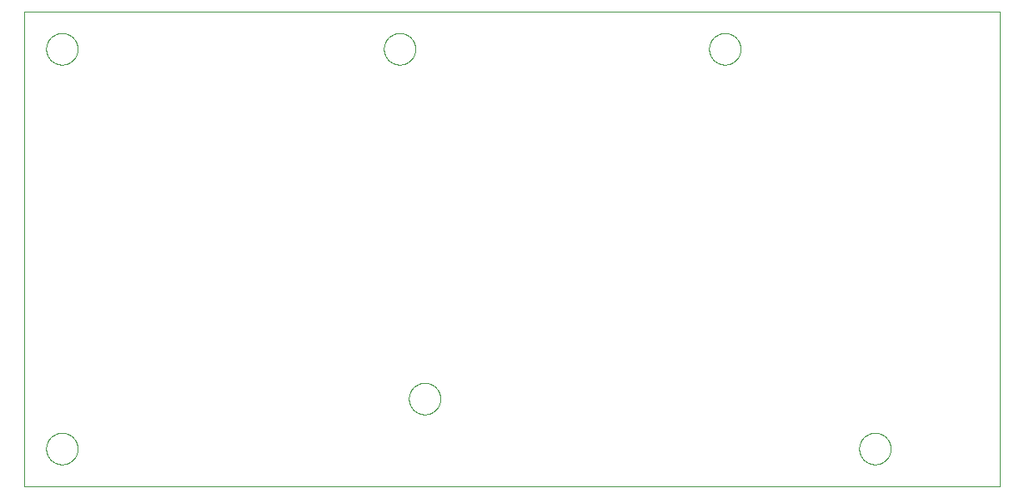
<source format=gtp>
G75*
%MOIN*%
%OFA0B0*%
%FSLAX25Y25*%
%IPPOS*%
%LPD*%
%AMOC8*
5,1,8,0,0,1.08239X$1,22.5*
%
%ADD10C,0.00000*%
D10*
X0003000Y0003000D02*
X0003000Y0193000D01*
X0393000Y0193000D01*
X0393000Y0003000D01*
X0003000Y0003000D01*
X0011701Y0018000D02*
X0011703Y0018158D01*
X0011709Y0018316D01*
X0011719Y0018474D01*
X0011733Y0018632D01*
X0011751Y0018789D01*
X0011772Y0018946D01*
X0011798Y0019102D01*
X0011828Y0019258D01*
X0011861Y0019413D01*
X0011899Y0019566D01*
X0011940Y0019719D01*
X0011985Y0019871D01*
X0012034Y0020022D01*
X0012087Y0020171D01*
X0012143Y0020319D01*
X0012203Y0020465D01*
X0012267Y0020610D01*
X0012335Y0020753D01*
X0012406Y0020895D01*
X0012480Y0021035D01*
X0012558Y0021172D01*
X0012640Y0021308D01*
X0012724Y0021442D01*
X0012813Y0021573D01*
X0012904Y0021702D01*
X0012999Y0021829D01*
X0013096Y0021954D01*
X0013197Y0022076D01*
X0013301Y0022195D01*
X0013408Y0022312D01*
X0013518Y0022426D01*
X0013631Y0022537D01*
X0013746Y0022646D01*
X0013864Y0022751D01*
X0013985Y0022853D01*
X0014108Y0022953D01*
X0014234Y0023049D01*
X0014362Y0023142D01*
X0014492Y0023232D01*
X0014625Y0023318D01*
X0014760Y0023402D01*
X0014896Y0023481D01*
X0015035Y0023558D01*
X0015176Y0023630D01*
X0015318Y0023700D01*
X0015462Y0023765D01*
X0015608Y0023827D01*
X0015755Y0023885D01*
X0015904Y0023940D01*
X0016054Y0023991D01*
X0016205Y0024038D01*
X0016357Y0024081D01*
X0016510Y0024120D01*
X0016665Y0024156D01*
X0016820Y0024187D01*
X0016976Y0024215D01*
X0017132Y0024239D01*
X0017289Y0024259D01*
X0017447Y0024275D01*
X0017604Y0024287D01*
X0017763Y0024295D01*
X0017921Y0024299D01*
X0018079Y0024299D01*
X0018237Y0024295D01*
X0018396Y0024287D01*
X0018553Y0024275D01*
X0018711Y0024259D01*
X0018868Y0024239D01*
X0019024Y0024215D01*
X0019180Y0024187D01*
X0019335Y0024156D01*
X0019490Y0024120D01*
X0019643Y0024081D01*
X0019795Y0024038D01*
X0019946Y0023991D01*
X0020096Y0023940D01*
X0020245Y0023885D01*
X0020392Y0023827D01*
X0020538Y0023765D01*
X0020682Y0023700D01*
X0020824Y0023630D01*
X0020965Y0023558D01*
X0021104Y0023481D01*
X0021240Y0023402D01*
X0021375Y0023318D01*
X0021508Y0023232D01*
X0021638Y0023142D01*
X0021766Y0023049D01*
X0021892Y0022953D01*
X0022015Y0022853D01*
X0022136Y0022751D01*
X0022254Y0022646D01*
X0022369Y0022537D01*
X0022482Y0022426D01*
X0022592Y0022312D01*
X0022699Y0022195D01*
X0022803Y0022076D01*
X0022904Y0021954D01*
X0023001Y0021829D01*
X0023096Y0021702D01*
X0023187Y0021573D01*
X0023276Y0021442D01*
X0023360Y0021308D01*
X0023442Y0021172D01*
X0023520Y0021035D01*
X0023594Y0020895D01*
X0023665Y0020753D01*
X0023733Y0020610D01*
X0023797Y0020465D01*
X0023857Y0020319D01*
X0023913Y0020171D01*
X0023966Y0020022D01*
X0024015Y0019871D01*
X0024060Y0019719D01*
X0024101Y0019566D01*
X0024139Y0019413D01*
X0024172Y0019258D01*
X0024202Y0019102D01*
X0024228Y0018946D01*
X0024249Y0018789D01*
X0024267Y0018632D01*
X0024281Y0018474D01*
X0024291Y0018316D01*
X0024297Y0018158D01*
X0024299Y0018000D01*
X0024297Y0017842D01*
X0024291Y0017684D01*
X0024281Y0017526D01*
X0024267Y0017368D01*
X0024249Y0017211D01*
X0024228Y0017054D01*
X0024202Y0016898D01*
X0024172Y0016742D01*
X0024139Y0016587D01*
X0024101Y0016434D01*
X0024060Y0016281D01*
X0024015Y0016129D01*
X0023966Y0015978D01*
X0023913Y0015829D01*
X0023857Y0015681D01*
X0023797Y0015535D01*
X0023733Y0015390D01*
X0023665Y0015247D01*
X0023594Y0015105D01*
X0023520Y0014965D01*
X0023442Y0014828D01*
X0023360Y0014692D01*
X0023276Y0014558D01*
X0023187Y0014427D01*
X0023096Y0014298D01*
X0023001Y0014171D01*
X0022904Y0014046D01*
X0022803Y0013924D01*
X0022699Y0013805D01*
X0022592Y0013688D01*
X0022482Y0013574D01*
X0022369Y0013463D01*
X0022254Y0013354D01*
X0022136Y0013249D01*
X0022015Y0013147D01*
X0021892Y0013047D01*
X0021766Y0012951D01*
X0021638Y0012858D01*
X0021508Y0012768D01*
X0021375Y0012682D01*
X0021240Y0012598D01*
X0021104Y0012519D01*
X0020965Y0012442D01*
X0020824Y0012370D01*
X0020682Y0012300D01*
X0020538Y0012235D01*
X0020392Y0012173D01*
X0020245Y0012115D01*
X0020096Y0012060D01*
X0019946Y0012009D01*
X0019795Y0011962D01*
X0019643Y0011919D01*
X0019490Y0011880D01*
X0019335Y0011844D01*
X0019180Y0011813D01*
X0019024Y0011785D01*
X0018868Y0011761D01*
X0018711Y0011741D01*
X0018553Y0011725D01*
X0018396Y0011713D01*
X0018237Y0011705D01*
X0018079Y0011701D01*
X0017921Y0011701D01*
X0017763Y0011705D01*
X0017604Y0011713D01*
X0017447Y0011725D01*
X0017289Y0011741D01*
X0017132Y0011761D01*
X0016976Y0011785D01*
X0016820Y0011813D01*
X0016665Y0011844D01*
X0016510Y0011880D01*
X0016357Y0011919D01*
X0016205Y0011962D01*
X0016054Y0012009D01*
X0015904Y0012060D01*
X0015755Y0012115D01*
X0015608Y0012173D01*
X0015462Y0012235D01*
X0015318Y0012300D01*
X0015176Y0012370D01*
X0015035Y0012442D01*
X0014896Y0012519D01*
X0014760Y0012598D01*
X0014625Y0012682D01*
X0014492Y0012768D01*
X0014362Y0012858D01*
X0014234Y0012951D01*
X0014108Y0013047D01*
X0013985Y0013147D01*
X0013864Y0013249D01*
X0013746Y0013354D01*
X0013631Y0013463D01*
X0013518Y0013574D01*
X0013408Y0013688D01*
X0013301Y0013805D01*
X0013197Y0013924D01*
X0013096Y0014046D01*
X0012999Y0014171D01*
X0012904Y0014298D01*
X0012813Y0014427D01*
X0012724Y0014558D01*
X0012640Y0014692D01*
X0012558Y0014828D01*
X0012480Y0014965D01*
X0012406Y0015105D01*
X0012335Y0015247D01*
X0012267Y0015390D01*
X0012203Y0015535D01*
X0012143Y0015681D01*
X0012087Y0015829D01*
X0012034Y0015978D01*
X0011985Y0016129D01*
X0011940Y0016281D01*
X0011899Y0016434D01*
X0011861Y0016587D01*
X0011828Y0016742D01*
X0011798Y0016898D01*
X0011772Y0017054D01*
X0011751Y0017211D01*
X0011733Y0017368D01*
X0011719Y0017526D01*
X0011709Y0017684D01*
X0011703Y0017842D01*
X0011701Y0018000D01*
X0156701Y0038000D02*
X0156703Y0038158D01*
X0156709Y0038316D01*
X0156719Y0038474D01*
X0156733Y0038632D01*
X0156751Y0038789D01*
X0156772Y0038946D01*
X0156798Y0039102D01*
X0156828Y0039258D01*
X0156861Y0039413D01*
X0156899Y0039566D01*
X0156940Y0039719D01*
X0156985Y0039871D01*
X0157034Y0040022D01*
X0157087Y0040171D01*
X0157143Y0040319D01*
X0157203Y0040465D01*
X0157267Y0040610D01*
X0157335Y0040753D01*
X0157406Y0040895D01*
X0157480Y0041035D01*
X0157558Y0041172D01*
X0157640Y0041308D01*
X0157724Y0041442D01*
X0157813Y0041573D01*
X0157904Y0041702D01*
X0157999Y0041829D01*
X0158096Y0041954D01*
X0158197Y0042076D01*
X0158301Y0042195D01*
X0158408Y0042312D01*
X0158518Y0042426D01*
X0158631Y0042537D01*
X0158746Y0042646D01*
X0158864Y0042751D01*
X0158985Y0042853D01*
X0159108Y0042953D01*
X0159234Y0043049D01*
X0159362Y0043142D01*
X0159492Y0043232D01*
X0159625Y0043318D01*
X0159760Y0043402D01*
X0159896Y0043481D01*
X0160035Y0043558D01*
X0160176Y0043630D01*
X0160318Y0043700D01*
X0160462Y0043765D01*
X0160608Y0043827D01*
X0160755Y0043885D01*
X0160904Y0043940D01*
X0161054Y0043991D01*
X0161205Y0044038D01*
X0161357Y0044081D01*
X0161510Y0044120D01*
X0161665Y0044156D01*
X0161820Y0044187D01*
X0161976Y0044215D01*
X0162132Y0044239D01*
X0162289Y0044259D01*
X0162447Y0044275D01*
X0162604Y0044287D01*
X0162763Y0044295D01*
X0162921Y0044299D01*
X0163079Y0044299D01*
X0163237Y0044295D01*
X0163396Y0044287D01*
X0163553Y0044275D01*
X0163711Y0044259D01*
X0163868Y0044239D01*
X0164024Y0044215D01*
X0164180Y0044187D01*
X0164335Y0044156D01*
X0164490Y0044120D01*
X0164643Y0044081D01*
X0164795Y0044038D01*
X0164946Y0043991D01*
X0165096Y0043940D01*
X0165245Y0043885D01*
X0165392Y0043827D01*
X0165538Y0043765D01*
X0165682Y0043700D01*
X0165824Y0043630D01*
X0165965Y0043558D01*
X0166104Y0043481D01*
X0166240Y0043402D01*
X0166375Y0043318D01*
X0166508Y0043232D01*
X0166638Y0043142D01*
X0166766Y0043049D01*
X0166892Y0042953D01*
X0167015Y0042853D01*
X0167136Y0042751D01*
X0167254Y0042646D01*
X0167369Y0042537D01*
X0167482Y0042426D01*
X0167592Y0042312D01*
X0167699Y0042195D01*
X0167803Y0042076D01*
X0167904Y0041954D01*
X0168001Y0041829D01*
X0168096Y0041702D01*
X0168187Y0041573D01*
X0168276Y0041442D01*
X0168360Y0041308D01*
X0168442Y0041172D01*
X0168520Y0041035D01*
X0168594Y0040895D01*
X0168665Y0040753D01*
X0168733Y0040610D01*
X0168797Y0040465D01*
X0168857Y0040319D01*
X0168913Y0040171D01*
X0168966Y0040022D01*
X0169015Y0039871D01*
X0169060Y0039719D01*
X0169101Y0039566D01*
X0169139Y0039413D01*
X0169172Y0039258D01*
X0169202Y0039102D01*
X0169228Y0038946D01*
X0169249Y0038789D01*
X0169267Y0038632D01*
X0169281Y0038474D01*
X0169291Y0038316D01*
X0169297Y0038158D01*
X0169299Y0038000D01*
X0169297Y0037842D01*
X0169291Y0037684D01*
X0169281Y0037526D01*
X0169267Y0037368D01*
X0169249Y0037211D01*
X0169228Y0037054D01*
X0169202Y0036898D01*
X0169172Y0036742D01*
X0169139Y0036587D01*
X0169101Y0036434D01*
X0169060Y0036281D01*
X0169015Y0036129D01*
X0168966Y0035978D01*
X0168913Y0035829D01*
X0168857Y0035681D01*
X0168797Y0035535D01*
X0168733Y0035390D01*
X0168665Y0035247D01*
X0168594Y0035105D01*
X0168520Y0034965D01*
X0168442Y0034828D01*
X0168360Y0034692D01*
X0168276Y0034558D01*
X0168187Y0034427D01*
X0168096Y0034298D01*
X0168001Y0034171D01*
X0167904Y0034046D01*
X0167803Y0033924D01*
X0167699Y0033805D01*
X0167592Y0033688D01*
X0167482Y0033574D01*
X0167369Y0033463D01*
X0167254Y0033354D01*
X0167136Y0033249D01*
X0167015Y0033147D01*
X0166892Y0033047D01*
X0166766Y0032951D01*
X0166638Y0032858D01*
X0166508Y0032768D01*
X0166375Y0032682D01*
X0166240Y0032598D01*
X0166104Y0032519D01*
X0165965Y0032442D01*
X0165824Y0032370D01*
X0165682Y0032300D01*
X0165538Y0032235D01*
X0165392Y0032173D01*
X0165245Y0032115D01*
X0165096Y0032060D01*
X0164946Y0032009D01*
X0164795Y0031962D01*
X0164643Y0031919D01*
X0164490Y0031880D01*
X0164335Y0031844D01*
X0164180Y0031813D01*
X0164024Y0031785D01*
X0163868Y0031761D01*
X0163711Y0031741D01*
X0163553Y0031725D01*
X0163396Y0031713D01*
X0163237Y0031705D01*
X0163079Y0031701D01*
X0162921Y0031701D01*
X0162763Y0031705D01*
X0162604Y0031713D01*
X0162447Y0031725D01*
X0162289Y0031741D01*
X0162132Y0031761D01*
X0161976Y0031785D01*
X0161820Y0031813D01*
X0161665Y0031844D01*
X0161510Y0031880D01*
X0161357Y0031919D01*
X0161205Y0031962D01*
X0161054Y0032009D01*
X0160904Y0032060D01*
X0160755Y0032115D01*
X0160608Y0032173D01*
X0160462Y0032235D01*
X0160318Y0032300D01*
X0160176Y0032370D01*
X0160035Y0032442D01*
X0159896Y0032519D01*
X0159760Y0032598D01*
X0159625Y0032682D01*
X0159492Y0032768D01*
X0159362Y0032858D01*
X0159234Y0032951D01*
X0159108Y0033047D01*
X0158985Y0033147D01*
X0158864Y0033249D01*
X0158746Y0033354D01*
X0158631Y0033463D01*
X0158518Y0033574D01*
X0158408Y0033688D01*
X0158301Y0033805D01*
X0158197Y0033924D01*
X0158096Y0034046D01*
X0157999Y0034171D01*
X0157904Y0034298D01*
X0157813Y0034427D01*
X0157724Y0034558D01*
X0157640Y0034692D01*
X0157558Y0034828D01*
X0157480Y0034965D01*
X0157406Y0035105D01*
X0157335Y0035247D01*
X0157267Y0035390D01*
X0157203Y0035535D01*
X0157143Y0035681D01*
X0157087Y0035829D01*
X0157034Y0035978D01*
X0156985Y0036129D01*
X0156940Y0036281D01*
X0156899Y0036434D01*
X0156861Y0036587D01*
X0156828Y0036742D01*
X0156798Y0036898D01*
X0156772Y0037054D01*
X0156751Y0037211D01*
X0156733Y0037368D01*
X0156719Y0037526D01*
X0156709Y0037684D01*
X0156703Y0037842D01*
X0156701Y0038000D01*
X0336701Y0018000D02*
X0336703Y0018158D01*
X0336709Y0018316D01*
X0336719Y0018474D01*
X0336733Y0018632D01*
X0336751Y0018789D01*
X0336772Y0018946D01*
X0336798Y0019102D01*
X0336828Y0019258D01*
X0336861Y0019413D01*
X0336899Y0019566D01*
X0336940Y0019719D01*
X0336985Y0019871D01*
X0337034Y0020022D01*
X0337087Y0020171D01*
X0337143Y0020319D01*
X0337203Y0020465D01*
X0337267Y0020610D01*
X0337335Y0020753D01*
X0337406Y0020895D01*
X0337480Y0021035D01*
X0337558Y0021172D01*
X0337640Y0021308D01*
X0337724Y0021442D01*
X0337813Y0021573D01*
X0337904Y0021702D01*
X0337999Y0021829D01*
X0338096Y0021954D01*
X0338197Y0022076D01*
X0338301Y0022195D01*
X0338408Y0022312D01*
X0338518Y0022426D01*
X0338631Y0022537D01*
X0338746Y0022646D01*
X0338864Y0022751D01*
X0338985Y0022853D01*
X0339108Y0022953D01*
X0339234Y0023049D01*
X0339362Y0023142D01*
X0339492Y0023232D01*
X0339625Y0023318D01*
X0339760Y0023402D01*
X0339896Y0023481D01*
X0340035Y0023558D01*
X0340176Y0023630D01*
X0340318Y0023700D01*
X0340462Y0023765D01*
X0340608Y0023827D01*
X0340755Y0023885D01*
X0340904Y0023940D01*
X0341054Y0023991D01*
X0341205Y0024038D01*
X0341357Y0024081D01*
X0341510Y0024120D01*
X0341665Y0024156D01*
X0341820Y0024187D01*
X0341976Y0024215D01*
X0342132Y0024239D01*
X0342289Y0024259D01*
X0342447Y0024275D01*
X0342604Y0024287D01*
X0342763Y0024295D01*
X0342921Y0024299D01*
X0343079Y0024299D01*
X0343237Y0024295D01*
X0343396Y0024287D01*
X0343553Y0024275D01*
X0343711Y0024259D01*
X0343868Y0024239D01*
X0344024Y0024215D01*
X0344180Y0024187D01*
X0344335Y0024156D01*
X0344490Y0024120D01*
X0344643Y0024081D01*
X0344795Y0024038D01*
X0344946Y0023991D01*
X0345096Y0023940D01*
X0345245Y0023885D01*
X0345392Y0023827D01*
X0345538Y0023765D01*
X0345682Y0023700D01*
X0345824Y0023630D01*
X0345965Y0023558D01*
X0346104Y0023481D01*
X0346240Y0023402D01*
X0346375Y0023318D01*
X0346508Y0023232D01*
X0346638Y0023142D01*
X0346766Y0023049D01*
X0346892Y0022953D01*
X0347015Y0022853D01*
X0347136Y0022751D01*
X0347254Y0022646D01*
X0347369Y0022537D01*
X0347482Y0022426D01*
X0347592Y0022312D01*
X0347699Y0022195D01*
X0347803Y0022076D01*
X0347904Y0021954D01*
X0348001Y0021829D01*
X0348096Y0021702D01*
X0348187Y0021573D01*
X0348276Y0021442D01*
X0348360Y0021308D01*
X0348442Y0021172D01*
X0348520Y0021035D01*
X0348594Y0020895D01*
X0348665Y0020753D01*
X0348733Y0020610D01*
X0348797Y0020465D01*
X0348857Y0020319D01*
X0348913Y0020171D01*
X0348966Y0020022D01*
X0349015Y0019871D01*
X0349060Y0019719D01*
X0349101Y0019566D01*
X0349139Y0019413D01*
X0349172Y0019258D01*
X0349202Y0019102D01*
X0349228Y0018946D01*
X0349249Y0018789D01*
X0349267Y0018632D01*
X0349281Y0018474D01*
X0349291Y0018316D01*
X0349297Y0018158D01*
X0349299Y0018000D01*
X0349297Y0017842D01*
X0349291Y0017684D01*
X0349281Y0017526D01*
X0349267Y0017368D01*
X0349249Y0017211D01*
X0349228Y0017054D01*
X0349202Y0016898D01*
X0349172Y0016742D01*
X0349139Y0016587D01*
X0349101Y0016434D01*
X0349060Y0016281D01*
X0349015Y0016129D01*
X0348966Y0015978D01*
X0348913Y0015829D01*
X0348857Y0015681D01*
X0348797Y0015535D01*
X0348733Y0015390D01*
X0348665Y0015247D01*
X0348594Y0015105D01*
X0348520Y0014965D01*
X0348442Y0014828D01*
X0348360Y0014692D01*
X0348276Y0014558D01*
X0348187Y0014427D01*
X0348096Y0014298D01*
X0348001Y0014171D01*
X0347904Y0014046D01*
X0347803Y0013924D01*
X0347699Y0013805D01*
X0347592Y0013688D01*
X0347482Y0013574D01*
X0347369Y0013463D01*
X0347254Y0013354D01*
X0347136Y0013249D01*
X0347015Y0013147D01*
X0346892Y0013047D01*
X0346766Y0012951D01*
X0346638Y0012858D01*
X0346508Y0012768D01*
X0346375Y0012682D01*
X0346240Y0012598D01*
X0346104Y0012519D01*
X0345965Y0012442D01*
X0345824Y0012370D01*
X0345682Y0012300D01*
X0345538Y0012235D01*
X0345392Y0012173D01*
X0345245Y0012115D01*
X0345096Y0012060D01*
X0344946Y0012009D01*
X0344795Y0011962D01*
X0344643Y0011919D01*
X0344490Y0011880D01*
X0344335Y0011844D01*
X0344180Y0011813D01*
X0344024Y0011785D01*
X0343868Y0011761D01*
X0343711Y0011741D01*
X0343553Y0011725D01*
X0343396Y0011713D01*
X0343237Y0011705D01*
X0343079Y0011701D01*
X0342921Y0011701D01*
X0342763Y0011705D01*
X0342604Y0011713D01*
X0342447Y0011725D01*
X0342289Y0011741D01*
X0342132Y0011761D01*
X0341976Y0011785D01*
X0341820Y0011813D01*
X0341665Y0011844D01*
X0341510Y0011880D01*
X0341357Y0011919D01*
X0341205Y0011962D01*
X0341054Y0012009D01*
X0340904Y0012060D01*
X0340755Y0012115D01*
X0340608Y0012173D01*
X0340462Y0012235D01*
X0340318Y0012300D01*
X0340176Y0012370D01*
X0340035Y0012442D01*
X0339896Y0012519D01*
X0339760Y0012598D01*
X0339625Y0012682D01*
X0339492Y0012768D01*
X0339362Y0012858D01*
X0339234Y0012951D01*
X0339108Y0013047D01*
X0338985Y0013147D01*
X0338864Y0013249D01*
X0338746Y0013354D01*
X0338631Y0013463D01*
X0338518Y0013574D01*
X0338408Y0013688D01*
X0338301Y0013805D01*
X0338197Y0013924D01*
X0338096Y0014046D01*
X0337999Y0014171D01*
X0337904Y0014298D01*
X0337813Y0014427D01*
X0337724Y0014558D01*
X0337640Y0014692D01*
X0337558Y0014828D01*
X0337480Y0014965D01*
X0337406Y0015105D01*
X0337335Y0015247D01*
X0337267Y0015390D01*
X0337203Y0015535D01*
X0337143Y0015681D01*
X0337087Y0015829D01*
X0337034Y0015978D01*
X0336985Y0016129D01*
X0336940Y0016281D01*
X0336899Y0016434D01*
X0336861Y0016587D01*
X0336828Y0016742D01*
X0336798Y0016898D01*
X0336772Y0017054D01*
X0336751Y0017211D01*
X0336733Y0017368D01*
X0336719Y0017526D01*
X0336709Y0017684D01*
X0336703Y0017842D01*
X0336701Y0018000D01*
X0276701Y0178000D02*
X0276703Y0178158D01*
X0276709Y0178316D01*
X0276719Y0178474D01*
X0276733Y0178632D01*
X0276751Y0178789D01*
X0276772Y0178946D01*
X0276798Y0179102D01*
X0276828Y0179258D01*
X0276861Y0179413D01*
X0276899Y0179566D01*
X0276940Y0179719D01*
X0276985Y0179871D01*
X0277034Y0180022D01*
X0277087Y0180171D01*
X0277143Y0180319D01*
X0277203Y0180465D01*
X0277267Y0180610D01*
X0277335Y0180753D01*
X0277406Y0180895D01*
X0277480Y0181035D01*
X0277558Y0181172D01*
X0277640Y0181308D01*
X0277724Y0181442D01*
X0277813Y0181573D01*
X0277904Y0181702D01*
X0277999Y0181829D01*
X0278096Y0181954D01*
X0278197Y0182076D01*
X0278301Y0182195D01*
X0278408Y0182312D01*
X0278518Y0182426D01*
X0278631Y0182537D01*
X0278746Y0182646D01*
X0278864Y0182751D01*
X0278985Y0182853D01*
X0279108Y0182953D01*
X0279234Y0183049D01*
X0279362Y0183142D01*
X0279492Y0183232D01*
X0279625Y0183318D01*
X0279760Y0183402D01*
X0279896Y0183481D01*
X0280035Y0183558D01*
X0280176Y0183630D01*
X0280318Y0183700D01*
X0280462Y0183765D01*
X0280608Y0183827D01*
X0280755Y0183885D01*
X0280904Y0183940D01*
X0281054Y0183991D01*
X0281205Y0184038D01*
X0281357Y0184081D01*
X0281510Y0184120D01*
X0281665Y0184156D01*
X0281820Y0184187D01*
X0281976Y0184215D01*
X0282132Y0184239D01*
X0282289Y0184259D01*
X0282447Y0184275D01*
X0282604Y0184287D01*
X0282763Y0184295D01*
X0282921Y0184299D01*
X0283079Y0184299D01*
X0283237Y0184295D01*
X0283396Y0184287D01*
X0283553Y0184275D01*
X0283711Y0184259D01*
X0283868Y0184239D01*
X0284024Y0184215D01*
X0284180Y0184187D01*
X0284335Y0184156D01*
X0284490Y0184120D01*
X0284643Y0184081D01*
X0284795Y0184038D01*
X0284946Y0183991D01*
X0285096Y0183940D01*
X0285245Y0183885D01*
X0285392Y0183827D01*
X0285538Y0183765D01*
X0285682Y0183700D01*
X0285824Y0183630D01*
X0285965Y0183558D01*
X0286104Y0183481D01*
X0286240Y0183402D01*
X0286375Y0183318D01*
X0286508Y0183232D01*
X0286638Y0183142D01*
X0286766Y0183049D01*
X0286892Y0182953D01*
X0287015Y0182853D01*
X0287136Y0182751D01*
X0287254Y0182646D01*
X0287369Y0182537D01*
X0287482Y0182426D01*
X0287592Y0182312D01*
X0287699Y0182195D01*
X0287803Y0182076D01*
X0287904Y0181954D01*
X0288001Y0181829D01*
X0288096Y0181702D01*
X0288187Y0181573D01*
X0288276Y0181442D01*
X0288360Y0181308D01*
X0288442Y0181172D01*
X0288520Y0181035D01*
X0288594Y0180895D01*
X0288665Y0180753D01*
X0288733Y0180610D01*
X0288797Y0180465D01*
X0288857Y0180319D01*
X0288913Y0180171D01*
X0288966Y0180022D01*
X0289015Y0179871D01*
X0289060Y0179719D01*
X0289101Y0179566D01*
X0289139Y0179413D01*
X0289172Y0179258D01*
X0289202Y0179102D01*
X0289228Y0178946D01*
X0289249Y0178789D01*
X0289267Y0178632D01*
X0289281Y0178474D01*
X0289291Y0178316D01*
X0289297Y0178158D01*
X0289299Y0178000D01*
X0289297Y0177842D01*
X0289291Y0177684D01*
X0289281Y0177526D01*
X0289267Y0177368D01*
X0289249Y0177211D01*
X0289228Y0177054D01*
X0289202Y0176898D01*
X0289172Y0176742D01*
X0289139Y0176587D01*
X0289101Y0176434D01*
X0289060Y0176281D01*
X0289015Y0176129D01*
X0288966Y0175978D01*
X0288913Y0175829D01*
X0288857Y0175681D01*
X0288797Y0175535D01*
X0288733Y0175390D01*
X0288665Y0175247D01*
X0288594Y0175105D01*
X0288520Y0174965D01*
X0288442Y0174828D01*
X0288360Y0174692D01*
X0288276Y0174558D01*
X0288187Y0174427D01*
X0288096Y0174298D01*
X0288001Y0174171D01*
X0287904Y0174046D01*
X0287803Y0173924D01*
X0287699Y0173805D01*
X0287592Y0173688D01*
X0287482Y0173574D01*
X0287369Y0173463D01*
X0287254Y0173354D01*
X0287136Y0173249D01*
X0287015Y0173147D01*
X0286892Y0173047D01*
X0286766Y0172951D01*
X0286638Y0172858D01*
X0286508Y0172768D01*
X0286375Y0172682D01*
X0286240Y0172598D01*
X0286104Y0172519D01*
X0285965Y0172442D01*
X0285824Y0172370D01*
X0285682Y0172300D01*
X0285538Y0172235D01*
X0285392Y0172173D01*
X0285245Y0172115D01*
X0285096Y0172060D01*
X0284946Y0172009D01*
X0284795Y0171962D01*
X0284643Y0171919D01*
X0284490Y0171880D01*
X0284335Y0171844D01*
X0284180Y0171813D01*
X0284024Y0171785D01*
X0283868Y0171761D01*
X0283711Y0171741D01*
X0283553Y0171725D01*
X0283396Y0171713D01*
X0283237Y0171705D01*
X0283079Y0171701D01*
X0282921Y0171701D01*
X0282763Y0171705D01*
X0282604Y0171713D01*
X0282447Y0171725D01*
X0282289Y0171741D01*
X0282132Y0171761D01*
X0281976Y0171785D01*
X0281820Y0171813D01*
X0281665Y0171844D01*
X0281510Y0171880D01*
X0281357Y0171919D01*
X0281205Y0171962D01*
X0281054Y0172009D01*
X0280904Y0172060D01*
X0280755Y0172115D01*
X0280608Y0172173D01*
X0280462Y0172235D01*
X0280318Y0172300D01*
X0280176Y0172370D01*
X0280035Y0172442D01*
X0279896Y0172519D01*
X0279760Y0172598D01*
X0279625Y0172682D01*
X0279492Y0172768D01*
X0279362Y0172858D01*
X0279234Y0172951D01*
X0279108Y0173047D01*
X0278985Y0173147D01*
X0278864Y0173249D01*
X0278746Y0173354D01*
X0278631Y0173463D01*
X0278518Y0173574D01*
X0278408Y0173688D01*
X0278301Y0173805D01*
X0278197Y0173924D01*
X0278096Y0174046D01*
X0277999Y0174171D01*
X0277904Y0174298D01*
X0277813Y0174427D01*
X0277724Y0174558D01*
X0277640Y0174692D01*
X0277558Y0174828D01*
X0277480Y0174965D01*
X0277406Y0175105D01*
X0277335Y0175247D01*
X0277267Y0175390D01*
X0277203Y0175535D01*
X0277143Y0175681D01*
X0277087Y0175829D01*
X0277034Y0175978D01*
X0276985Y0176129D01*
X0276940Y0176281D01*
X0276899Y0176434D01*
X0276861Y0176587D01*
X0276828Y0176742D01*
X0276798Y0176898D01*
X0276772Y0177054D01*
X0276751Y0177211D01*
X0276733Y0177368D01*
X0276719Y0177526D01*
X0276709Y0177684D01*
X0276703Y0177842D01*
X0276701Y0178000D01*
X0146701Y0178000D02*
X0146703Y0178158D01*
X0146709Y0178316D01*
X0146719Y0178474D01*
X0146733Y0178632D01*
X0146751Y0178789D01*
X0146772Y0178946D01*
X0146798Y0179102D01*
X0146828Y0179258D01*
X0146861Y0179413D01*
X0146899Y0179566D01*
X0146940Y0179719D01*
X0146985Y0179871D01*
X0147034Y0180022D01*
X0147087Y0180171D01*
X0147143Y0180319D01*
X0147203Y0180465D01*
X0147267Y0180610D01*
X0147335Y0180753D01*
X0147406Y0180895D01*
X0147480Y0181035D01*
X0147558Y0181172D01*
X0147640Y0181308D01*
X0147724Y0181442D01*
X0147813Y0181573D01*
X0147904Y0181702D01*
X0147999Y0181829D01*
X0148096Y0181954D01*
X0148197Y0182076D01*
X0148301Y0182195D01*
X0148408Y0182312D01*
X0148518Y0182426D01*
X0148631Y0182537D01*
X0148746Y0182646D01*
X0148864Y0182751D01*
X0148985Y0182853D01*
X0149108Y0182953D01*
X0149234Y0183049D01*
X0149362Y0183142D01*
X0149492Y0183232D01*
X0149625Y0183318D01*
X0149760Y0183402D01*
X0149896Y0183481D01*
X0150035Y0183558D01*
X0150176Y0183630D01*
X0150318Y0183700D01*
X0150462Y0183765D01*
X0150608Y0183827D01*
X0150755Y0183885D01*
X0150904Y0183940D01*
X0151054Y0183991D01*
X0151205Y0184038D01*
X0151357Y0184081D01*
X0151510Y0184120D01*
X0151665Y0184156D01*
X0151820Y0184187D01*
X0151976Y0184215D01*
X0152132Y0184239D01*
X0152289Y0184259D01*
X0152447Y0184275D01*
X0152604Y0184287D01*
X0152763Y0184295D01*
X0152921Y0184299D01*
X0153079Y0184299D01*
X0153237Y0184295D01*
X0153396Y0184287D01*
X0153553Y0184275D01*
X0153711Y0184259D01*
X0153868Y0184239D01*
X0154024Y0184215D01*
X0154180Y0184187D01*
X0154335Y0184156D01*
X0154490Y0184120D01*
X0154643Y0184081D01*
X0154795Y0184038D01*
X0154946Y0183991D01*
X0155096Y0183940D01*
X0155245Y0183885D01*
X0155392Y0183827D01*
X0155538Y0183765D01*
X0155682Y0183700D01*
X0155824Y0183630D01*
X0155965Y0183558D01*
X0156104Y0183481D01*
X0156240Y0183402D01*
X0156375Y0183318D01*
X0156508Y0183232D01*
X0156638Y0183142D01*
X0156766Y0183049D01*
X0156892Y0182953D01*
X0157015Y0182853D01*
X0157136Y0182751D01*
X0157254Y0182646D01*
X0157369Y0182537D01*
X0157482Y0182426D01*
X0157592Y0182312D01*
X0157699Y0182195D01*
X0157803Y0182076D01*
X0157904Y0181954D01*
X0158001Y0181829D01*
X0158096Y0181702D01*
X0158187Y0181573D01*
X0158276Y0181442D01*
X0158360Y0181308D01*
X0158442Y0181172D01*
X0158520Y0181035D01*
X0158594Y0180895D01*
X0158665Y0180753D01*
X0158733Y0180610D01*
X0158797Y0180465D01*
X0158857Y0180319D01*
X0158913Y0180171D01*
X0158966Y0180022D01*
X0159015Y0179871D01*
X0159060Y0179719D01*
X0159101Y0179566D01*
X0159139Y0179413D01*
X0159172Y0179258D01*
X0159202Y0179102D01*
X0159228Y0178946D01*
X0159249Y0178789D01*
X0159267Y0178632D01*
X0159281Y0178474D01*
X0159291Y0178316D01*
X0159297Y0178158D01*
X0159299Y0178000D01*
X0159297Y0177842D01*
X0159291Y0177684D01*
X0159281Y0177526D01*
X0159267Y0177368D01*
X0159249Y0177211D01*
X0159228Y0177054D01*
X0159202Y0176898D01*
X0159172Y0176742D01*
X0159139Y0176587D01*
X0159101Y0176434D01*
X0159060Y0176281D01*
X0159015Y0176129D01*
X0158966Y0175978D01*
X0158913Y0175829D01*
X0158857Y0175681D01*
X0158797Y0175535D01*
X0158733Y0175390D01*
X0158665Y0175247D01*
X0158594Y0175105D01*
X0158520Y0174965D01*
X0158442Y0174828D01*
X0158360Y0174692D01*
X0158276Y0174558D01*
X0158187Y0174427D01*
X0158096Y0174298D01*
X0158001Y0174171D01*
X0157904Y0174046D01*
X0157803Y0173924D01*
X0157699Y0173805D01*
X0157592Y0173688D01*
X0157482Y0173574D01*
X0157369Y0173463D01*
X0157254Y0173354D01*
X0157136Y0173249D01*
X0157015Y0173147D01*
X0156892Y0173047D01*
X0156766Y0172951D01*
X0156638Y0172858D01*
X0156508Y0172768D01*
X0156375Y0172682D01*
X0156240Y0172598D01*
X0156104Y0172519D01*
X0155965Y0172442D01*
X0155824Y0172370D01*
X0155682Y0172300D01*
X0155538Y0172235D01*
X0155392Y0172173D01*
X0155245Y0172115D01*
X0155096Y0172060D01*
X0154946Y0172009D01*
X0154795Y0171962D01*
X0154643Y0171919D01*
X0154490Y0171880D01*
X0154335Y0171844D01*
X0154180Y0171813D01*
X0154024Y0171785D01*
X0153868Y0171761D01*
X0153711Y0171741D01*
X0153553Y0171725D01*
X0153396Y0171713D01*
X0153237Y0171705D01*
X0153079Y0171701D01*
X0152921Y0171701D01*
X0152763Y0171705D01*
X0152604Y0171713D01*
X0152447Y0171725D01*
X0152289Y0171741D01*
X0152132Y0171761D01*
X0151976Y0171785D01*
X0151820Y0171813D01*
X0151665Y0171844D01*
X0151510Y0171880D01*
X0151357Y0171919D01*
X0151205Y0171962D01*
X0151054Y0172009D01*
X0150904Y0172060D01*
X0150755Y0172115D01*
X0150608Y0172173D01*
X0150462Y0172235D01*
X0150318Y0172300D01*
X0150176Y0172370D01*
X0150035Y0172442D01*
X0149896Y0172519D01*
X0149760Y0172598D01*
X0149625Y0172682D01*
X0149492Y0172768D01*
X0149362Y0172858D01*
X0149234Y0172951D01*
X0149108Y0173047D01*
X0148985Y0173147D01*
X0148864Y0173249D01*
X0148746Y0173354D01*
X0148631Y0173463D01*
X0148518Y0173574D01*
X0148408Y0173688D01*
X0148301Y0173805D01*
X0148197Y0173924D01*
X0148096Y0174046D01*
X0147999Y0174171D01*
X0147904Y0174298D01*
X0147813Y0174427D01*
X0147724Y0174558D01*
X0147640Y0174692D01*
X0147558Y0174828D01*
X0147480Y0174965D01*
X0147406Y0175105D01*
X0147335Y0175247D01*
X0147267Y0175390D01*
X0147203Y0175535D01*
X0147143Y0175681D01*
X0147087Y0175829D01*
X0147034Y0175978D01*
X0146985Y0176129D01*
X0146940Y0176281D01*
X0146899Y0176434D01*
X0146861Y0176587D01*
X0146828Y0176742D01*
X0146798Y0176898D01*
X0146772Y0177054D01*
X0146751Y0177211D01*
X0146733Y0177368D01*
X0146719Y0177526D01*
X0146709Y0177684D01*
X0146703Y0177842D01*
X0146701Y0178000D01*
X0011701Y0178000D02*
X0011703Y0178158D01*
X0011709Y0178316D01*
X0011719Y0178474D01*
X0011733Y0178632D01*
X0011751Y0178789D01*
X0011772Y0178946D01*
X0011798Y0179102D01*
X0011828Y0179258D01*
X0011861Y0179413D01*
X0011899Y0179566D01*
X0011940Y0179719D01*
X0011985Y0179871D01*
X0012034Y0180022D01*
X0012087Y0180171D01*
X0012143Y0180319D01*
X0012203Y0180465D01*
X0012267Y0180610D01*
X0012335Y0180753D01*
X0012406Y0180895D01*
X0012480Y0181035D01*
X0012558Y0181172D01*
X0012640Y0181308D01*
X0012724Y0181442D01*
X0012813Y0181573D01*
X0012904Y0181702D01*
X0012999Y0181829D01*
X0013096Y0181954D01*
X0013197Y0182076D01*
X0013301Y0182195D01*
X0013408Y0182312D01*
X0013518Y0182426D01*
X0013631Y0182537D01*
X0013746Y0182646D01*
X0013864Y0182751D01*
X0013985Y0182853D01*
X0014108Y0182953D01*
X0014234Y0183049D01*
X0014362Y0183142D01*
X0014492Y0183232D01*
X0014625Y0183318D01*
X0014760Y0183402D01*
X0014896Y0183481D01*
X0015035Y0183558D01*
X0015176Y0183630D01*
X0015318Y0183700D01*
X0015462Y0183765D01*
X0015608Y0183827D01*
X0015755Y0183885D01*
X0015904Y0183940D01*
X0016054Y0183991D01*
X0016205Y0184038D01*
X0016357Y0184081D01*
X0016510Y0184120D01*
X0016665Y0184156D01*
X0016820Y0184187D01*
X0016976Y0184215D01*
X0017132Y0184239D01*
X0017289Y0184259D01*
X0017447Y0184275D01*
X0017604Y0184287D01*
X0017763Y0184295D01*
X0017921Y0184299D01*
X0018079Y0184299D01*
X0018237Y0184295D01*
X0018396Y0184287D01*
X0018553Y0184275D01*
X0018711Y0184259D01*
X0018868Y0184239D01*
X0019024Y0184215D01*
X0019180Y0184187D01*
X0019335Y0184156D01*
X0019490Y0184120D01*
X0019643Y0184081D01*
X0019795Y0184038D01*
X0019946Y0183991D01*
X0020096Y0183940D01*
X0020245Y0183885D01*
X0020392Y0183827D01*
X0020538Y0183765D01*
X0020682Y0183700D01*
X0020824Y0183630D01*
X0020965Y0183558D01*
X0021104Y0183481D01*
X0021240Y0183402D01*
X0021375Y0183318D01*
X0021508Y0183232D01*
X0021638Y0183142D01*
X0021766Y0183049D01*
X0021892Y0182953D01*
X0022015Y0182853D01*
X0022136Y0182751D01*
X0022254Y0182646D01*
X0022369Y0182537D01*
X0022482Y0182426D01*
X0022592Y0182312D01*
X0022699Y0182195D01*
X0022803Y0182076D01*
X0022904Y0181954D01*
X0023001Y0181829D01*
X0023096Y0181702D01*
X0023187Y0181573D01*
X0023276Y0181442D01*
X0023360Y0181308D01*
X0023442Y0181172D01*
X0023520Y0181035D01*
X0023594Y0180895D01*
X0023665Y0180753D01*
X0023733Y0180610D01*
X0023797Y0180465D01*
X0023857Y0180319D01*
X0023913Y0180171D01*
X0023966Y0180022D01*
X0024015Y0179871D01*
X0024060Y0179719D01*
X0024101Y0179566D01*
X0024139Y0179413D01*
X0024172Y0179258D01*
X0024202Y0179102D01*
X0024228Y0178946D01*
X0024249Y0178789D01*
X0024267Y0178632D01*
X0024281Y0178474D01*
X0024291Y0178316D01*
X0024297Y0178158D01*
X0024299Y0178000D01*
X0024297Y0177842D01*
X0024291Y0177684D01*
X0024281Y0177526D01*
X0024267Y0177368D01*
X0024249Y0177211D01*
X0024228Y0177054D01*
X0024202Y0176898D01*
X0024172Y0176742D01*
X0024139Y0176587D01*
X0024101Y0176434D01*
X0024060Y0176281D01*
X0024015Y0176129D01*
X0023966Y0175978D01*
X0023913Y0175829D01*
X0023857Y0175681D01*
X0023797Y0175535D01*
X0023733Y0175390D01*
X0023665Y0175247D01*
X0023594Y0175105D01*
X0023520Y0174965D01*
X0023442Y0174828D01*
X0023360Y0174692D01*
X0023276Y0174558D01*
X0023187Y0174427D01*
X0023096Y0174298D01*
X0023001Y0174171D01*
X0022904Y0174046D01*
X0022803Y0173924D01*
X0022699Y0173805D01*
X0022592Y0173688D01*
X0022482Y0173574D01*
X0022369Y0173463D01*
X0022254Y0173354D01*
X0022136Y0173249D01*
X0022015Y0173147D01*
X0021892Y0173047D01*
X0021766Y0172951D01*
X0021638Y0172858D01*
X0021508Y0172768D01*
X0021375Y0172682D01*
X0021240Y0172598D01*
X0021104Y0172519D01*
X0020965Y0172442D01*
X0020824Y0172370D01*
X0020682Y0172300D01*
X0020538Y0172235D01*
X0020392Y0172173D01*
X0020245Y0172115D01*
X0020096Y0172060D01*
X0019946Y0172009D01*
X0019795Y0171962D01*
X0019643Y0171919D01*
X0019490Y0171880D01*
X0019335Y0171844D01*
X0019180Y0171813D01*
X0019024Y0171785D01*
X0018868Y0171761D01*
X0018711Y0171741D01*
X0018553Y0171725D01*
X0018396Y0171713D01*
X0018237Y0171705D01*
X0018079Y0171701D01*
X0017921Y0171701D01*
X0017763Y0171705D01*
X0017604Y0171713D01*
X0017447Y0171725D01*
X0017289Y0171741D01*
X0017132Y0171761D01*
X0016976Y0171785D01*
X0016820Y0171813D01*
X0016665Y0171844D01*
X0016510Y0171880D01*
X0016357Y0171919D01*
X0016205Y0171962D01*
X0016054Y0172009D01*
X0015904Y0172060D01*
X0015755Y0172115D01*
X0015608Y0172173D01*
X0015462Y0172235D01*
X0015318Y0172300D01*
X0015176Y0172370D01*
X0015035Y0172442D01*
X0014896Y0172519D01*
X0014760Y0172598D01*
X0014625Y0172682D01*
X0014492Y0172768D01*
X0014362Y0172858D01*
X0014234Y0172951D01*
X0014108Y0173047D01*
X0013985Y0173147D01*
X0013864Y0173249D01*
X0013746Y0173354D01*
X0013631Y0173463D01*
X0013518Y0173574D01*
X0013408Y0173688D01*
X0013301Y0173805D01*
X0013197Y0173924D01*
X0013096Y0174046D01*
X0012999Y0174171D01*
X0012904Y0174298D01*
X0012813Y0174427D01*
X0012724Y0174558D01*
X0012640Y0174692D01*
X0012558Y0174828D01*
X0012480Y0174965D01*
X0012406Y0175105D01*
X0012335Y0175247D01*
X0012267Y0175390D01*
X0012203Y0175535D01*
X0012143Y0175681D01*
X0012087Y0175829D01*
X0012034Y0175978D01*
X0011985Y0176129D01*
X0011940Y0176281D01*
X0011899Y0176434D01*
X0011861Y0176587D01*
X0011828Y0176742D01*
X0011798Y0176898D01*
X0011772Y0177054D01*
X0011751Y0177211D01*
X0011733Y0177368D01*
X0011719Y0177526D01*
X0011709Y0177684D01*
X0011703Y0177842D01*
X0011701Y0178000D01*
M02*

</source>
